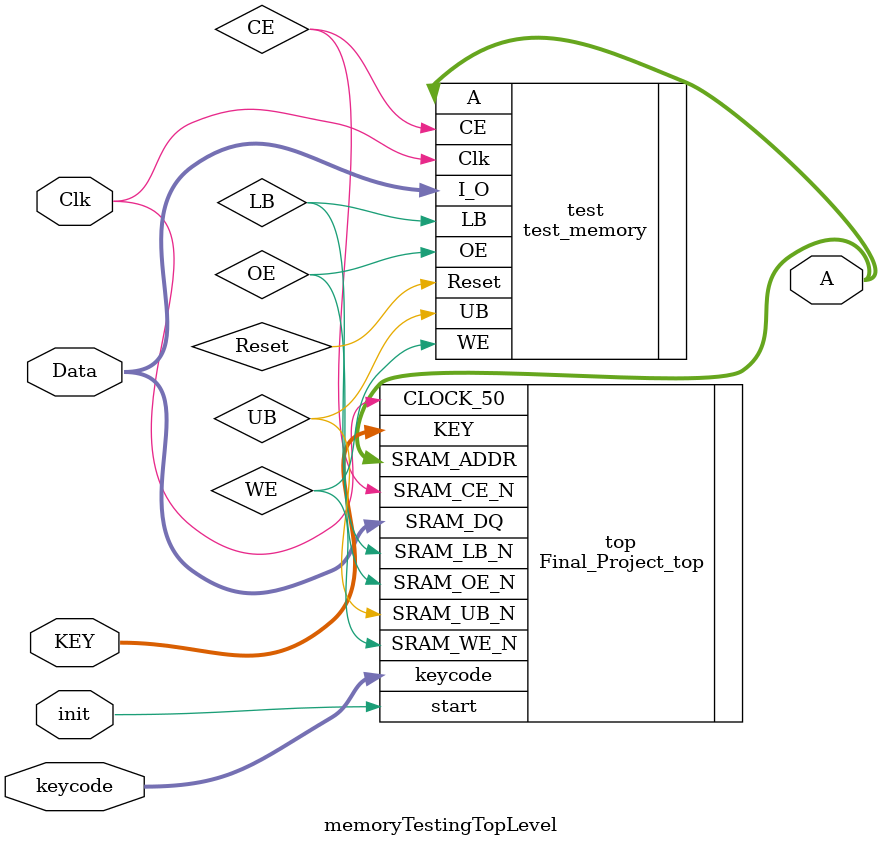
<source format=sv>
module memoryTestingTopLevel(
input logic Clk, init,
input logic [3:0] KEY,
input logic [7:0] keycode,
output logic [19:0] A,
inout wire[15:0] Data //data 
);

						
logic CE, UB, LB, OE, WE; 

test_memory 		   test(.Clk(Clk), .Reset(Reset), .A(A), .I_O(Data), .CE(CE), .UB(UB), .LB(LB), .OE(OE), .WE(WE));

Final_Project_top    top(.CLOCK_50(Clk), .KEY(KEY), .keycode(keycode), .start(init), .SRAM_DQ(Data), .SRAM_ADDR(A), .SRAM_CE_N(CE), .SRAM_UB_N(UB), .SRAM_LB_N(LB), .SRAM_OE_N(OE), .SRAM_WE_N(WE));

endmodule

</source>
